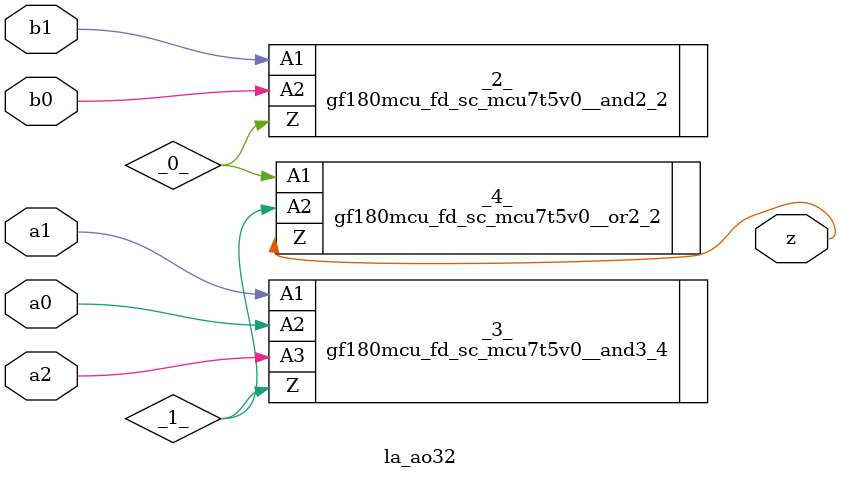
<source format=v>
/* Generated by Yosys 0.37 (git sha1 a5c7f69ed, clang 14.0.0-1ubuntu1.1 -fPIC -Os) */

module la_ao32(a0, a1, a2, b0, b1, z);
  wire _0_;
  wire _1_;
  input a0;
  wire a0;
  input a1;
  wire a1;
  input a2;
  wire a2;
  input b0;
  wire b0;
  input b1;
  wire b1;
  output z;
  wire z;
  gf180mcu_fd_sc_mcu7t5v0__and2_2 _2_ (
    .A1(b1),
    .A2(b0),
    .Z(_0_)
  );
  gf180mcu_fd_sc_mcu7t5v0__and3_4 _3_ (
    .A1(a1),
    .A2(a0),
    .A3(a2),
    .Z(_1_)
  );
  gf180mcu_fd_sc_mcu7t5v0__or2_2 _4_ (
    .A1(_0_),
    .A2(_1_),
    .Z(z)
  );
endmodule

</source>
